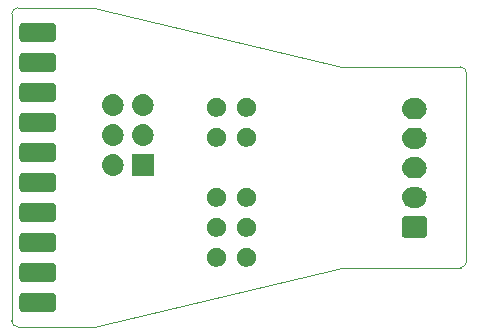
<source format=gts>
G04 #@! TF.GenerationSoftware,KiCad,Pcbnew,5.1.4+dfsg1-1*
G04 #@! TF.CreationDate,2019-12-02T03:44:51+01:00*
G04 #@! TF.ProjectId,JlinkBreakout,4a6c696e-6b42-4726-9561-6b6f75742e6b,rev?*
G04 #@! TF.SameCoordinates,Original*
G04 #@! TF.FileFunction,Soldermask,Top*
G04 #@! TF.FilePolarity,Negative*
%FSLAX46Y46*%
G04 Gerber Fmt 4.6, Leading zero omitted, Abs format (unit mm)*
G04 Created by KiCad (PCBNEW 5.1.4+dfsg1-1) date 2019-12-02 03:44:51*
%MOMM*%
%LPD*%
G04 APERTURE LIST*
%ADD10C,0.050000*%
%ADD11C,0.100000*%
G04 APERTURE END LIST*
D10*
X58500000Y-60000000D02*
G75*
G02X58000000Y-59500000I0J500000D01*
G01*
X58000000Y-33500000D02*
G75*
G02X58500000Y-33000000I500000J0D01*
G01*
X96000000Y-38000000D02*
G75*
G02X96500000Y-38500000I0J-500000D01*
G01*
X96500000Y-54500000D02*
G75*
G02X96000000Y-55000000I-500000J0D01*
G01*
X86000000Y-38000000D02*
X65000000Y-33000000D01*
X96000000Y-38000000D02*
X86000000Y-38000000D01*
X96500000Y-54500000D02*
X96500000Y-38500000D01*
X86000000Y-55000000D02*
X96000000Y-55000000D01*
X65000000Y-60000000D02*
X86000000Y-55000000D01*
X65000000Y-33000000D02*
X58500000Y-33000000D01*
X58500000Y-60000000D02*
X65000000Y-60000000D01*
X58000000Y-33500000D02*
X58000000Y-59500000D01*
D11*
G36*
X61473993Y-57124203D02*
G01*
X61538411Y-57143744D01*
X61597781Y-57175478D01*
X61649817Y-57218183D01*
X61692522Y-57270219D01*
X61724256Y-57329589D01*
X61743797Y-57394007D01*
X61751000Y-57467140D01*
X61751000Y-58392860D01*
X61743797Y-58465993D01*
X61724256Y-58530411D01*
X61692522Y-58589781D01*
X61649817Y-58641817D01*
X61597781Y-58684522D01*
X61538411Y-58716256D01*
X61473993Y-58735797D01*
X61400860Y-58743000D01*
X58999140Y-58743000D01*
X58926007Y-58735797D01*
X58861589Y-58716256D01*
X58802219Y-58684522D01*
X58750183Y-58641817D01*
X58707478Y-58589781D01*
X58675744Y-58530411D01*
X58656203Y-58465993D01*
X58649000Y-58392860D01*
X58649000Y-57467140D01*
X58656203Y-57394007D01*
X58675744Y-57329589D01*
X58707478Y-57270219D01*
X58750183Y-57218183D01*
X58802219Y-57175478D01*
X58861589Y-57143744D01*
X58926007Y-57124203D01*
X58999140Y-57117000D01*
X61400860Y-57117000D01*
X61473993Y-57124203D01*
X61473993Y-57124203D01*
G37*
G36*
X61473993Y-54584203D02*
G01*
X61538411Y-54603744D01*
X61597781Y-54635478D01*
X61649817Y-54678183D01*
X61692522Y-54730219D01*
X61724256Y-54789589D01*
X61743797Y-54854007D01*
X61751000Y-54927140D01*
X61751000Y-55852860D01*
X61743797Y-55925993D01*
X61724256Y-55990411D01*
X61692522Y-56049781D01*
X61649817Y-56101817D01*
X61597781Y-56144522D01*
X61538411Y-56176256D01*
X61473993Y-56195797D01*
X61400860Y-56203000D01*
X58999140Y-56203000D01*
X58926007Y-56195797D01*
X58861589Y-56176256D01*
X58802219Y-56144522D01*
X58750183Y-56101817D01*
X58707478Y-56049781D01*
X58675744Y-55990411D01*
X58656203Y-55925993D01*
X58649000Y-55852860D01*
X58649000Y-54927140D01*
X58656203Y-54854007D01*
X58675744Y-54789589D01*
X58707478Y-54730219D01*
X58750183Y-54678183D01*
X58802219Y-54635478D01*
X58861589Y-54603744D01*
X58926007Y-54584203D01*
X58999140Y-54577000D01*
X61400860Y-54577000D01*
X61473993Y-54584203D01*
X61473993Y-54584203D01*
G37*
G36*
X78107142Y-53338242D02*
G01*
X78255101Y-53399529D01*
X78388255Y-53488499D01*
X78501501Y-53601745D01*
X78590471Y-53734899D01*
X78651758Y-53882858D01*
X78683000Y-54039925D01*
X78683000Y-54200075D01*
X78651758Y-54357142D01*
X78590471Y-54505101D01*
X78501501Y-54638255D01*
X78388255Y-54751501D01*
X78255101Y-54840471D01*
X78107142Y-54901758D01*
X77950075Y-54933000D01*
X77789925Y-54933000D01*
X77632858Y-54901758D01*
X77484899Y-54840471D01*
X77351745Y-54751501D01*
X77238499Y-54638255D01*
X77149529Y-54505101D01*
X77088242Y-54357142D01*
X77057000Y-54200075D01*
X77057000Y-54039925D01*
X77088242Y-53882858D01*
X77149529Y-53734899D01*
X77238499Y-53601745D01*
X77351745Y-53488499D01*
X77484899Y-53399529D01*
X77632858Y-53338242D01*
X77789925Y-53307000D01*
X77950075Y-53307000D01*
X78107142Y-53338242D01*
X78107142Y-53338242D01*
G37*
G36*
X75567142Y-53338242D02*
G01*
X75715101Y-53399529D01*
X75848255Y-53488499D01*
X75961501Y-53601745D01*
X76050471Y-53734899D01*
X76111758Y-53882858D01*
X76143000Y-54039925D01*
X76143000Y-54200075D01*
X76111758Y-54357142D01*
X76050471Y-54505101D01*
X75961501Y-54638255D01*
X75848255Y-54751501D01*
X75715101Y-54840471D01*
X75567142Y-54901758D01*
X75410075Y-54933000D01*
X75249925Y-54933000D01*
X75092858Y-54901758D01*
X74944899Y-54840471D01*
X74811745Y-54751501D01*
X74698499Y-54638255D01*
X74609529Y-54505101D01*
X74548242Y-54357142D01*
X74517000Y-54200075D01*
X74517000Y-54039925D01*
X74548242Y-53882858D01*
X74609529Y-53734899D01*
X74698499Y-53601745D01*
X74811745Y-53488499D01*
X74944899Y-53399529D01*
X75092858Y-53338242D01*
X75249925Y-53307000D01*
X75410075Y-53307000D01*
X75567142Y-53338242D01*
X75567142Y-53338242D01*
G37*
G36*
X61473993Y-52044203D02*
G01*
X61538411Y-52063744D01*
X61597781Y-52095478D01*
X61649817Y-52138183D01*
X61692522Y-52190219D01*
X61724256Y-52249589D01*
X61743797Y-52314007D01*
X61751000Y-52387140D01*
X61751000Y-53312860D01*
X61743797Y-53385993D01*
X61724256Y-53450411D01*
X61692522Y-53509781D01*
X61649817Y-53561817D01*
X61597781Y-53604522D01*
X61538411Y-53636256D01*
X61473993Y-53655797D01*
X61400860Y-53663000D01*
X58999140Y-53663000D01*
X58926007Y-53655797D01*
X58861589Y-53636256D01*
X58802219Y-53604522D01*
X58750183Y-53561817D01*
X58707478Y-53509781D01*
X58675744Y-53450411D01*
X58656203Y-53385993D01*
X58649000Y-53312860D01*
X58649000Y-52387140D01*
X58656203Y-52314007D01*
X58675744Y-52249589D01*
X58707478Y-52190219D01*
X58750183Y-52138183D01*
X58802219Y-52095478D01*
X58861589Y-52063744D01*
X58926007Y-52044203D01*
X58999140Y-52037000D01*
X61400860Y-52037000D01*
X61473993Y-52044203D01*
X61473993Y-52044203D01*
G37*
G36*
X92983600Y-50652989D02*
G01*
X93016652Y-50663015D01*
X93047103Y-50679292D01*
X93073799Y-50701201D01*
X93095708Y-50727897D01*
X93111985Y-50758348D01*
X93122011Y-50791400D01*
X93126000Y-50831903D01*
X93126000Y-52268097D01*
X93122011Y-52308600D01*
X93111985Y-52341652D01*
X93095708Y-52372103D01*
X93073799Y-52398799D01*
X93047103Y-52420708D01*
X93016652Y-52436985D01*
X92983600Y-52447011D01*
X92943097Y-52451000D01*
X91256903Y-52451000D01*
X91216400Y-52447011D01*
X91183348Y-52436985D01*
X91152897Y-52420708D01*
X91126201Y-52398799D01*
X91104292Y-52372103D01*
X91088015Y-52341652D01*
X91077989Y-52308600D01*
X91074000Y-52268097D01*
X91074000Y-50831903D01*
X91077989Y-50791400D01*
X91088015Y-50758348D01*
X91104292Y-50727897D01*
X91126201Y-50701201D01*
X91152897Y-50679292D01*
X91183348Y-50663015D01*
X91216400Y-50652989D01*
X91256903Y-50649000D01*
X92943097Y-50649000D01*
X92983600Y-50652989D01*
X92983600Y-50652989D01*
G37*
G36*
X75567142Y-50798242D02*
G01*
X75715101Y-50859529D01*
X75848255Y-50948499D01*
X75961501Y-51061745D01*
X76050471Y-51194899D01*
X76111758Y-51342858D01*
X76143000Y-51499925D01*
X76143000Y-51660075D01*
X76111758Y-51817142D01*
X76050471Y-51965101D01*
X75961501Y-52098255D01*
X75848255Y-52211501D01*
X75715101Y-52300471D01*
X75567142Y-52361758D01*
X75410075Y-52393000D01*
X75249925Y-52393000D01*
X75092858Y-52361758D01*
X74944899Y-52300471D01*
X74811745Y-52211501D01*
X74698499Y-52098255D01*
X74609529Y-51965101D01*
X74548242Y-51817142D01*
X74517000Y-51660075D01*
X74517000Y-51499925D01*
X74548242Y-51342858D01*
X74609529Y-51194899D01*
X74698499Y-51061745D01*
X74811745Y-50948499D01*
X74944899Y-50859529D01*
X75092858Y-50798242D01*
X75249925Y-50767000D01*
X75410075Y-50767000D01*
X75567142Y-50798242D01*
X75567142Y-50798242D01*
G37*
G36*
X78107142Y-50798242D02*
G01*
X78255101Y-50859529D01*
X78388255Y-50948499D01*
X78501501Y-51061745D01*
X78590471Y-51194899D01*
X78651758Y-51342858D01*
X78683000Y-51499925D01*
X78683000Y-51660075D01*
X78651758Y-51817142D01*
X78590471Y-51965101D01*
X78501501Y-52098255D01*
X78388255Y-52211501D01*
X78255101Y-52300471D01*
X78107142Y-52361758D01*
X77950075Y-52393000D01*
X77789925Y-52393000D01*
X77632858Y-52361758D01*
X77484899Y-52300471D01*
X77351745Y-52211501D01*
X77238499Y-52098255D01*
X77149529Y-51965101D01*
X77088242Y-51817142D01*
X77057000Y-51660075D01*
X77057000Y-51499925D01*
X77088242Y-51342858D01*
X77149529Y-51194899D01*
X77238499Y-51061745D01*
X77351745Y-50948499D01*
X77484899Y-50859529D01*
X77632858Y-50798242D01*
X77789925Y-50767000D01*
X77950075Y-50767000D01*
X78107142Y-50798242D01*
X78107142Y-50798242D01*
G37*
G36*
X61473993Y-49504203D02*
G01*
X61538411Y-49523744D01*
X61597781Y-49555478D01*
X61649817Y-49598183D01*
X61692522Y-49650219D01*
X61724256Y-49709589D01*
X61743797Y-49774007D01*
X61751000Y-49847140D01*
X61751000Y-50772860D01*
X61743797Y-50845993D01*
X61724256Y-50910411D01*
X61692522Y-50969781D01*
X61649817Y-51021817D01*
X61597781Y-51064522D01*
X61538411Y-51096256D01*
X61473993Y-51115797D01*
X61400860Y-51123000D01*
X58999140Y-51123000D01*
X58926007Y-51115797D01*
X58861589Y-51096256D01*
X58802219Y-51064522D01*
X58750183Y-51021817D01*
X58707478Y-50969781D01*
X58675744Y-50910411D01*
X58656203Y-50845993D01*
X58649000Y-50772860D01*
X58649000Y-49847140D01*
X58656203Y-49774007D01*
X58675744Y-49709589D01*
X58707478Y-49650219D01*
X58750183Y-49598183D01*
X58802219Y-49555478D01*
X58861589Y-49523744D01*
X58926007Y-49504203D01*
X58999140Y-49497000D01*
X61400860Y-49497000D01*
X61473993Y-49504203D01*
X61473993Y-49504203D01*
G37*
G36*
X92335442Y-48155518D02*
G01*
X92401627Y-48162037D01*
X92571466Y-48213557D01*
X92727991Y-48297222D01*
X92738678Y-48305993D01*
X92865186Y-48409814D01*
X92924276Y-48481817D01*
X92977778Y-48547009D01*
X93061443Y-48703534D01*
X93112963Y-48873373D01*
X93130359Y-49050000D01*
X93112963Y-49226627D01*
X93061443Y-49396466D01*
X92977778Y-49552991D01*
X92973456Y-49558257D01*
X92865186Y-49690186D01*
X92779542Y-49760471D01*
X92727991Y-49802778D01*
X92571466Y-49886443D01*
X92401627Y-49937963D01*
X92335443Y-49944481D01*
X92269260Y-49951000D01*
X91930740Y-49951000D01*
X91864558Y-49944482D01*
X91798373Y-49937963D01*
X91628534Y-49886443D01*
X91472009Y-49802778D01*
X91420458Y-49760471D01*
X91334814Y-49690186D01*
X91226544Y-49558257D01*
X91222222Y-49552991D01*
X91138557Y-49396466D01*
X91087037Y-49226627D01*
X91069641Y-49050000D01*
X91087037Y-48873373D01*
X91138557Y-48703534D01*
X91222222Y-48547009D01*
X91275724Y-48481817D01*
X91334814Y-48409814D01*
X91461322Y-48305993D01*
X91472009Y-48297222D01*
X91628534Y-48213557D01*
X91798373Y-48162037D01*
X91864558Y-48155518D01*
X91930740Y-48149000D01*
X92269260Y-48149000D01*
X92335442Y-48155518D01*
X92335442Y-48155518D01*
G37*
G36*
X78107142Y-48258242D02*
G01*
X78255101Y-48319529D01*
X78388255Y-48408499D01*
X78501501Y-48521745D01*
X78590471Y-48654899D01*
X78651758Y-48802858D01*
X78683000Y-48959925D01*
X78683000Y-49120075D01*
X78651758Y-49277142D01*
X78590471Y-49425101D01*
X78501501Y-49558255D01*
X78388255Y-49671501D01*
X78255101Y-49760471D01*
X78107142Y-49821758D01*
X77950075Y-49853000D01*
X77789925Y-49853000D01*
X77632858Y-49821758D01*
X77484899Y-49760471D01*
X77351745Y-49671501D01*
X77238499Y-49558255D01*
X77149529Y-49425101D01*
X77088242Y-49277142D01*
X77057000Y-49120075D01*
X77057000Y-48959925D01*
X77088242Y-48802858D01*
X77149529Y-48654899D01*
X77238499Y-48521745D01*
X77351745Y-48408499D01*
X77484899Y-48319529D01*
X77632858Y-48258242D01*
X77789925Y-48227000D01*
X77950075Y-48227000D01*
X78107142Y-48258242D01*
X78107142Y-48258242D01*
G37*
G36*
X75567142Y-48258242D02*
G01*
X75715101Y-48319529D01*
X75848255Y-48408499D01*
X75961501Y-48521745D01*
X76050471Y-48654899D01*
X76111758Y-48802858D01*
X76143000Y-48959925D01*
X76143000Y-49120075D01*
X76111758Y-49277142D01*
X76050471Y-49425101D01*
X75961501Y-49558255D01*
X75848255Y-49671501D01*
X75715101Y-49760471D01*
X75567142Y-49821758D01*
X75410075Y-49853000D01*
X75249925Y-49853000D01*
X75092858Y-49821758D01*
X74944899Y-49760471D01*
X74811745Y-49671501D01*
X74698499Y-49558255D01*
X74609529Y-49425101D01*
X74548242Y-49277142D01*
X74517000Y-49120075D01*
X74517000Y-48959925D01*
X74548242Y-48802858D01*
X74609529Y-48654899D01*
X74698499Y-48521745D01*
X74811745Y-48408499D01*
X74944899Y-48319529D01*
X75092858Y-48258242D01*
X75249925Y-48227000D01*
X75410075Y-48227000D01*
X75567142Y-48258242D01*
X75567142Y-48258242D01*
G37*
G36*
X61473993Y-46964203D02*
G01*
X61538411Y-46983744D01*
X61597781Y-47015478D01*
X61649817Y-47058183D01*
X61692522Y-47110219D01*
X61724256Y-47169589D01*
X61743797Y-47234007D01*
X61751000Y-47307140D01*
X61751000Y-48232860D01*
X61743797Y-48305993D01*
X61724256Y-48370411D01*
X61692522Y-48429781D01*
X61649817Y-48481817D01*
X61597781Y-48524522D01*
X61538411Y-48556256D01*
X61473993Y-48575797D01*
X61400860Y-48583000D01*
X58999140Y-48583000D01*
X58926007Y-48575797D01*
X58861589Y-48556256D01*
X58802219Y-48524522D01*
X58750183Y-48481817D01*
X58707478Y-48429781D01*
X58675744Y-48370411D01*
X58656203Y-48305993D01*
X58649000Y-48232860D01*
X58649000Y-47307140D01*
X58656203Y-47234007D01*
X58675744Y-47169589D01*
X58707478Y-47110219D01*
X58750183Y-47058183D01*
X58802219Y-47015478D01*
X58861589Y-46983744D01*
X58926007Y-46964203D01*
X58999140Y-46957000D01*
X61400860Y-46957000D01*
X61473993Y-46964203D01*
X61473993Y-46964203D01*
G37*
G36*
X92335442Y-45655518D02*
G01*
X92401627Y-45662037D01*
X92571466Y-45713557D01*
X92727991Y-45797222D01*
X92763729Y-45826552D01*
X92865186Y-45909814D01*
X92926496Y-45984522D01*
X92977778Y-46047009D01*
X93061443Y-46203534D01*
X93112963Y-46373373D01*
X93130359Y-46550000D01*
X93112963Y-46726627D01*
X93061443Y-46896466D01*
X92977778Y-47052991D01*
X92958845Y-47076061D01*
X92865186Y-47190186D01*
X92763729Y-47273448D01*
X92727991Y-47302778D01*
X92571466Y-47386443D01*
X92401627Y-47437963D01*
X92335442Y-47444482D01*
X92269260Y-47451000D01*
X91930740Y-47451000D01*
X91864558Y-47444482D01*
X91798373Y-47437963D01*
X91628534Y-47386443D01*
X91472009Y-47302778D01*
X91436271Y-47273448D01*
X91334814Y-47190186D01*
X91241155Y-47076061D01*
X91222222Y-47052991D01*
X91138557Y-46896466D01*
X91087037Y-46726627D01*
X91069641Y-46550000D01*
X91087037Y-46373373D01*
X91138557Y-46203534D01*
X91222222Y-46047009D01*
X91273504Y-45984522D01*
X91334814Y-45909814D01*
X91436271Y-45826552D01*
X91472009Y-45797222D01*
X91628534Y-45713557D01*
X91798373Y-45662037D01*
X91864558Y-45655518D01*
X91930740Y-45649000D01*
X92269260Y-45649000D01*
X92335442Y-45655518D01*
X92335442Y-45655518D01*
G37*
G36*
X66739294Y-45398633D02*
G01*
X66911695Y-45450931D01*
X67070583Y-45535858D01*
X67209849Y-45650151D01*
X67324142Y-45789417D01*
X67409069Y-45948305D01*
X67461367Y-46120706D01*
X67479025Y-46300000D01*
X67461367Y-46479294D01*
X67409069Y-46651695D01*
X67324142Y-46810583D01*
X67209849Y-46949849D01*
X67070583Y-47064142D01*
X66911695Y-47149069D01*
X66739294Y-47201367D01*
X66604931Y-47214600D01*
X66515069Y-47214600D01*
X66380706Y-47201367D01*
X66208305Y-47149069D01*
X66049417Y-47064142D01*
X65910151Y-46949849D01*
X65795858Y-46810583D01*
X65710931Y-46651695D01*
X65658633Y-46479294D01*
X65640975Y-46300000D01*
X65658633Y-46120706D01*
X65710931Y-45948305D01*
X65795858Y-45789417D01*
X65910151Y-45650151D01*
X66049417Y-45535858D01*
X66208305Y-45450931D01*
X66380706Y-45398633D01*
X66515069Y-45385400D01*
X66604931Y-45385400D01*
X66739294Y-45398633D01*
X66739294Y-45398633D01*
G37*
G36*
X70014600Y-47214600D02*
G01*
X68185400Y-47214600D01*
X68185400Y-45385400D01*
X70014600Y-45385400D01*
X70014600Y-47214600D01*
X70014600Y-47214600D01*
G37*
G36*
X61473993Y-44424203D02*
G01*
X61538411Y-44443744D01*
X61597781Y-44475478D01*
X61649817Y-44518183D01*
X61692522Y-44570219D01*
X61724256Y-44629589D01*
X61743797Y-44694007D01*
X61751000Y-44767140D01*
X61751000Y-45692860D01*
X61743797Y-45765993D01*
X61724256Y-45830411D01*
X61692522Y-45889781D01*
X61649817Y-45941817D01*
X61597781Y-45984522D01*
X61538411Y-46016256D01*
X61473993Y-46035797D01*
X61400860Y-46043000D01*
X58999140Y-46043000D01*
X58926007Y-46035797D01*
X58861589Y-46016256D01*
X58802219Y-45984522D01*
X58750183Y-45941817D01*
X58707478Y-45889781D01*
X58675744Y-45830411D01*
X58656203Y-45765993D01*
X58649000Y-45692860D01*
X58649000Y-44767140D01*
X58656203Y-44694007D01*
X58675744Y-44629589D01*
X58707478Y-44570219D01*
X58750183Y-44518183D01*
X58802219Y-44475478D01*
X58861589Y-44443744D01*
X58926007Y-44424203D01*
X58999140Y-44417000D01*
X61400860Y-44417000D01*
X61473993Y-44424203D01*
X61473993Y-44424203D01*
G37*
G36*
X92335443Y-43155519D02*
G01*
X92401627Y-43162037D01*
X92571466Y-43213557D01*
X92727991Y-43297222D01*
X92758596Y-43322339D01*
X92865186Y-43409814D01*
X92948448Y-43511271D01*
X92977778Y-43547009D01*
X93061443Y-43703534D01*
X93112963Y-43873373D01*
X93130359Y-44050000D01*
X93112963Y-44226627D01*
X93061443Y-44396466D01*
X92977778Y-44552991D01*
X92963639Y-44570219D01*
X92865186Y-44690186D01*
X92771416Y-44767140D01*
X92727991Y-44802778D01*
X92571466Y-44886443D01*
X92401627Y-44937963D01*
X92335442Y-44944482D01*
X92269260Y-44951000D01*
X91930740Y-44951000D01*
X91864558Y-44944482D01*
X91798373Y-44937963D01*
X91628534Y-44886443D01*
X91472009Y-44802778D01*
X91428584Y-44767140D01*
X91334814Y-44690186D01*
X91236361Y-44570219D01*
X91222222Y-44552991D01*
X91138557Y-44396466D01*
X91087037Y-44226627D01*
X91069641Y-44050000D01*
X91087037Y-43873373D01*
X91138557Y-43703534D01*
X91222222Y-43547009D01*
X91251552Y-43511271D01*
X91334814Y-43409814D01*
X91441404Y-43322339D01*
X91472009Y-43297222D01*
X91628534Y-43213557D01*
X91798373Y-43162037D01*
X91864557Y-43155519D01*
X91930740Y-43149000D01*
X92269260Y-43149000D01*
X92335443Y-43155519D01*
X92335443Y-43155519D01*
G37*
G36*
X75567142Y-43178242D02*
G01*
X75715101Y-43239529D01*
X75848255Y-43328499D01*
X75961501Y-43441745D01*
X76050471Y-43574899D01*
X76111758Y-43722858D01*
X76143000Y-43879925D01*
X76143000Y-44040075D01*
X76111758Y-44197142D01*
X76050471Y-44345101D01*
X75961501Y-44478255D01*
X75848255Y-44591501D01*
X75715101Y-44680471D01*
X75567142Y-44741758D01*
X75410075Y-44773000D01*
X75249925Y-44773000D01*
X75092858Y-44741758D01*
X74944899Y-44680471D01*
X74811745Y-44591501D01*
X74698499Y-44478255D01*
X74609529Y-44345101D01*
X74548242Y-44197142D01*
X74517000Y-44040075D01*
X74517000Y-43879925D01*
X74548242Y-43722858D01*
X74609529Y-43574899D01*
X74698499Y-43441745D01*
X74811745Y-43328499D01*
X74944899Y-43239529D01*
X75092858Y-43178242D01*
X75249925Y-43147000D01*
X75410075Y-43147000D01*
X75567142Y-43178242D01*
X75567142Y-43178242D01*
G37*
G36*
X78107142Y-43178242D02*
G01*
X78255101Y-43239529D01*
X78388255Y-43328499D01*
X78501501Y-43441745D01*
X78590471Y-43574899D01*
X78651758Y-43722858D01*
X78683000Y-43879925D01*
X78683000Y-44040075D01*
X78651758Y-44197142D01*
X78590471Y-44345101D01*
X78501501Y-44478255D01*
X78388255Y-44591501D01*
X78255101Y-44680471D01*
X78107142Y-44741758D01*
X77950075Y-44773000D01*
X77789925Y-44773000D01*
X77632858Y-44741758D01*
X77484899Y-44680471D01*
X77351745Y-44591501D01*
X77238499Y-44478255D01*
X77149529Y-44345101D01*
X77088242Y-44197142D01*
X77057000Y-44040075D01*
X77057000Y-43879925D01*
X77088242Y-43722858D01*
X77149529Y-43574899D01*
X77238499Y-43441745D01*
X77351745Y-43328499D01*
X77484899Y-43239529D01*
X77632858Y-43178242D01*
X77789925Y-43147000D01*
X77950075Y-43147000D01*
X78107142Y-43178242D01*
X78107142Y-43178242D01*
G37*
G36*
X69279294Y-42858633D02*
G01*
X69451695Y-42910931D01*
X69610583Y-42995858D01*
X69749849Y-43110151D01*
X69864142Y-43249417D01*
X69949069Y-43408305D01*
X70001367Y-43580706D01*
X70019025Y-43760000D01*
X70001367Y-43939294D01*
X69949069Y-44111695D01*
X69864142Y-44270583D01*
X69749849Y-44409849D01*
X69610583Y-44524142D01*
X69451695Y-44609069D01*
X69279294Y-44661367D01*
X69144931Y-44674600D01*
X69055069Y-44674600D01*
X68920706Y-44661367D01*
X68748305Y-44609069D01*
X68589417Y-44524142D01*
X68450151Y-44409849D01*
X68335858Y-44270583D01*
X68250931Y-44111695D01*
X68198633Y-43939294D01*
X68180975Y-43760000D01*
X68198633Y-43580706D01*
X68250931Y-43408305D01*
X68335858Y-43249417D01*
X68450151Y-43110151D01*
X68589417Y-42995858D01*
X68748305Y-42910931D01*
X68920706Y-42858633D01*
X69055069Y-42845400D01*
X69144931Y-42845400D01*
X69279294Y-42858633D01*
X69279294Y-42858633D01*
G37*
G36*
X66739294Y-42858633D02*
G01*
X66911695Y-42910931D01*
X67070583Y-42995858D01*
X67209849Y-43110151D01*
X67324142Y-43249417D01*
X67409069Y-43408305D01*
X67461367Y-43580706D01*
X67479025Y-43760000D01*
X67461367Y-43939294D01*
X67409069Y-44111695D01*
X67324142Y-44270583D01*
X67209849Y-44409849D01*
X67070583Y-44524142D01*
X66911695Y-44609069D01*
X66739294Y-44661367D01*
X66604931Y-44674600D01*
X66515069Y-44674600D01*
X66380706Y-44661367D01*
X66208305Y-44609069D01*
X66049417Y-44524142D01*
X65910151Y-44409849D01*
X65795858Y-44270583D01*
X65710931Y-44111695D01*
X65658633Y-43939294D01*
X65640975Y-43760000D01*
X65658633Y-43580706D01*
X65710931Y-43408305D01*
X65795858Y-43249417D01*
X65910151Y-43110151D01*
X66049417Y-42995858D01*
X66208305Y-42910931D01*
X66380706Y-42858633D01*
X66515069Y-42845400D01*
X66604931Y-42845400D01*
X66739294Y-42858633D01*
X66739294Y-42858633D01*
G37*
G36*
X61473993Y-41884203D02*
G01*
X61538411Y-41903744D01*
X61597781Y-41935478D01*
X61649817Y-41978183D01*
X61692522Y-42030219D01*
X61724256Y-42089589D01*
X61743797Y-42154007D01*
X61751000Y-42227140D01*
X61751000Y-43152860D01*
X61743797Y-43225993D01*
X61724256Y-43290411D01*
X61692522Y-43349781D01*
X61649817Y-43401817D01*
X61597781Y-43444522D01*
X61538411Y-43476256D01*
X61473993Y-43495797D01*
X61400860Y-43503000D01*
X58999140Y-43503000D01*
X58926007Y-43495797D01*
X58861589Y-43476256D01*
X58802219Y-43444522D01*
X58750183Y-43401817D01*
X58707478Y-43349781D01*
X58675744Y-43290411D01*
X58656203Y-43225993D01*
X58649000Y-43152860D01*
X58649000Y-42227140D01*
X58656203Y-42154007D01*
X58675744Y-42089589D01*
X58707478Y-42030219D01*
X58750183Y-41978183D01*
X58802219Y-41935478D01*
X58861589Y-41903744D01*
X58926007Y-41884203D01*
X58999140Y-41877000D01*
X61400860Y-41877000D01*
X61473993Y-41884203D01*
X61473993Y-41884203D01*
G37*
G36*
X92335443Y-40655519D02*
G01*
X92401627Y-40662037D01*
X92571466Y-40713557D01*
X92727991Y-40797222D01*
X92743294Y-40809781D01*
X92865186Y-40909814D01*
X92948448Y-41011271D01*
X92977778Y-41047009D01*
X93061443Y-41203534D01*
X93112963Y-41373373D01*
X93130359Y-41550000D01*
X93112963Y-41726627D01*
X93089158Y-41805101D01*
X93061442Y-41896468D01*
X93039106Y-41938255D01*
X92977778Y-42052991D01*
X92973945Y-42057661D01*
X92865186Y-42190186D01*
X92763729Y-42273448D01*
X92727991Y-42302778D01*
X92571466Y-42386443D01*
X92401627Y-42437963D01*
X92335442Y-42444482D01*
X92269260Y-42451000D01*
X91930740Y-42451000D01*
X91864558Y-42444482D01*
X91798373Y-42437963D01*
X91628534Y-42386443D01*
X91472009Y-42302778D01*
X91436271Y-42273448D01*
X91334814Y-42190186D01*
X91226055Y-42057661D01*
X91222222Y-42052991D01*
X91160894Y-41938255D01*
X91138558Y-41896468D01*
X91110842Y-41805101D01*
X91087037Y-41726627D01*
X91069641Y-41550000D01*
X91087037Y-41373373D01*
X91138557Y-41203534D01*
X91222222Y-41047009D01*
X91251552Y-41011271D01*
X91334814Y-40909814D01*
X91456706Y-40809781D01*
X91472009Y-40797222D01*
X91628534Y-40713557D01*
X91798373Y-40662037D01*
X91864557Y-40655519D01*
X91930740Y-40649000D01*
X92269260Y-40649000D01*
X92335443Y-40655519D01*
X92335443Y-40655519D01*
G37*
G36*
X75567142Y-40638242D02*
G01*
X75715101Y-40699529D01*
X75848255Y-40788499D01*
X75961501Y-40901745D01*
X76050471Y-41034899D01*
X76111758Y-41182858D01*
X76143000Y-41339925D01*
X76143000Y-41500075D01*
X76111758Y-41657142D01*
X76050471Y-41805101D01*
X75961501Y-41938255D01*
X75848255Y-42051501D01*
X75715101Y-42140471D01*
X75567142Y-42201758D01*
X75410075Y-42233000D01*
X75249925Y-42233000D01*
X75092858Y-42201758D01*
X74944899Y-42140471D01*
X74811745Y-42051501D01*
X74698499Y-41938255D01*
X74609529Y-41805101D01*
X74548242Y-41657142D01*
X74517000Y-41500075D01*
X74517000Y-41339925D01*
X74548242Y-41182858D01*
X74609529Y-41034899D01*
X74698499Y-40901745D01*
X74811745Y-40788499D01*
X74944899Y-40699529D01*
X75092858Y-40638242D01*
X75249925Y-40607000D01*
X75410075Y-40607000D01*
X75567142Y-40638242D01*
X75567142Y-40638242D01*
G37*
G36*
X78107142Y-40638242D02*
G01*
X78255101Y-40699529D01*
X78388255Y-40788499D01*
X78501501Y-40901745D01*
X78590471Y-41034899D01*
X78651758Y-41182858D01*
X78683000Y-41339925D01*
X78683000Y-41500075D01*
X78651758Y-41657142D01*
X78590471Y-41805101D01*
X78501501Y-41938255D01*
X78388255Y-42051501D01*
X78255101Y-42140471D01*
X78107142Y-42201758D01*
X77950075Y-42233000D01*
X77789925Y-42233000D01*
X77632858Y-42201758D01*
X77484899Y-42140471D01*
X77351745Y-42051501D01*
X77238499Y-41938255D01*
X77149529Y-41805101D01*
X77088242Y-41657142D01*
X77057000Y-41500075D01*
X77057000Y-41339925D01*
X77088242Y-41182858D01*
X77149529Y-41034899D01*
X77238499Y-40901745D01*
X77351745Y-40788499D01*
X77484899Y-40699529D01*
X77632858Y-40638242D01*
X77789925Y-40607000D01*
X77950075Y-40607000D01*
X78107142Y-40638242D01*
X78107142Y-40638242D01*
G37*
G36*
X69279294Y-40318633D02*
G01*
X69451695Y-40370931D01*
X69610583Y-40455858D01*
X69749849Y-40570151D01*
X69864142Y-40709417D01*
X69949069Y-40868305D01*
X70001367Y-41040706D01*
X70019025Y-41220000D01*
X70001367Y-41399294D01*
X69949069Y-41571695D01*
X69864142Y-41730583D01*
X69749849Y-41869849D01*
X69610583Y-41984142D01*
X69451695Y-42069069D01*
X69279294Y-42121367D01*
X69144931Y-42134600D01*
X69055069Y-42134600D01*
X68920706Y-42121367D01*
X68748305Y-42069069D01*
X68589417Y-41984142D01*
X68450151Y-41869849D01*
X68335858Y-41730583D01*
X68250931Y-41571695D01*
X68198633Y-41399294D01*
X68180975Y-41220000D01*
X68198633Y-41040706D01*
X68250931Y-40868305D01*
X68335858Y-40709417D01*
X68450151Y-40570151D01*
X68589417Y-40455858D01*
X68748305Y-40370931D01*
X68920706Y-40318633D01*
X69055069Y-40305400D01*
X69144931Y-40305400D01*
X69279294Y-40318633D01*
X69279294Y-40318633D01*
G37*
G36*
X66739294Y-40318633D02*
G01*
X66911695Y-40370931D01*
X67070583Y-40455858D01*
X67209849Y-40570151D01*
X67324142Y-40709417D01*
X67409069Y-40868305D01*
X67461367Y-41040706D01*
X67479025Y-41220000D01*
X67461367Y-41399294D01*
X67409069Y-41571695D01*
X67324142Y-41730583D01*
X67209849Y-41869849D01*
X67070583Y-41984142D01*
X66911695Y-42069069D01*
X66739294Y-42121367D01*
X66604931Y-42134600D01*
X66515069Y-42134600D01*
X66380706Y-42121367D01*
X66208305Y-42069069D01*
X66049417Y-41984142D01*
X65910151Y-41869849D01*
X65795858Y-41730583D01*
X65710931Y-41571695D01*
X65658633Y-41399294D01*
X65640975Y-41220000D01*
X65658633Y-41040706D01*
X65710931Y-40868305D01*
X65795858Y-40709417D01*
X65910151Y-40570151D01*
X66049417Y-40455858D01*
X66208305Y-40370931D01*
X66380706Y-40318633D01*
X66515069Y-40305400D01*
X66604931Y-40305400D01*
X66739294Y-40318633D01*
X66739294Y-40318633D01*
G37*
G36*
X61473993Y-39344203D02*
G01*
X61538411Y-39363744D01*
X61597781Y-39395478D01*
X61649817Y-39438183D01*
X61692522Y-39490219D01*
X61724256Y-39549589D01*
X61743797Y-39614007D01*
X61751000Y-39687140D01*
X61751000Y-40612860D01*
X61743797Y-40685993D01*
X61724256Y-40750411D01*
X61692522Y-40809781D01*
X61649817Y-40861817D01*
X61597781Y-40904522D01*
X61538411Y-40936256D01*
X61473993Y-40955797D01*
X61400860Y-40963000D01*
X58999140Y-40963000D01*
X58926007Y-40955797D01*
X58861589Y-40936256D01*
X58802219Y-40904522D01*
X58750183Y-40861817D01*
X58707478Y-40809781D01*
X58675744Y-40750411D01*
X58656203Y-40685993D01*
X58649000Y-40612860D01*
X58649000Y-39687140D01*
X58656203Y-39614007D01*
X58675744Y-39549589D01*
X58707478Y-39490219D01*
X58750183Y-39438183D01*
X58802219Y-39395478D01*
X58861589Y-39363744D01*
X58926007Y-39344203D01*
X58999140Y-39337000D01*
X61400860Y-39337000D01*
X61473993Y-39344203D01*
X61473993Y-39344203D01*
G37*
G36*
X61473993Y-36804203D02*
G01*
X61538411Y-36823744D01*
X61597781Y-36855478D01*
X61649817Y-36898183D01*
X61692522Y-36950219D01*
X61724256Y-37009589D01*
X61743797Y-37074007D01*
X61751000Y-37147140D01*
X61751000Y-38072860D01*
X61743797Y-38145993D01*
X61724256Y-38210411D01*
X61692522Y-38269781D01*
X61649817Y-38321817D01*
X61597781Y-38364522D01*
X61538411Y-38396256D01*
X61473993Y-38415797D01*
X61400860Y-38423000D01*
X58999140Y-38423000D01*
X58926007Y-38415797D01*
X58861589Y-38396256D01*
X58802219Y-38364522D01*
X58750183Y-38321817D01*
X58707478Y-38269781D01*
X58675744Y-38210411D01*
X58656203Y-38145993D01*
X58649000Y-38072860D01*
X58649000Y-37147140D01*
X58656203Y-37074007D01*
X58675744Y-37009589D01*
X58707478Y-36950219D01*
X58750183Y-36898183D01*
X58802219Y-36855478D01*
X58861589Y-36823744D01*
X58926007Y-36804203D01*
X58999140Y-36797000D01*
X61400860Y-36797000D01*
X61473993Y-36804203D01*
X61473993Y-36804203D01*
G37*
G36*
X61473993Y-34264203D02*
G01*
X61538411Y-34283744D01*
X61597781Y-34315478D01*
X61649817Y-34358183D01*
X61692522Y-34410219D01*
X61724256Y-34469589D01*
X61743797Y-34534007D01*
X61751000Y-34607140D01*
X61751000Y-35532860D01*
X61743797Y-35605993D01*
X61724256Y-35670411D01*
X61692522Y-35729781D01*
X61649817Y-35781817D01*
X61597781Y-35824522D01*
X61538411Y-35856256D01*
X61473993Y-35875797D01*
X61400860Y-35883000D01*
X58999140Y-35883000D01*
X58926007Y-35875797D01*
X58861589Y-35856256D01*
X58802219Y-35824522D01*
X58750183Y-35781817D01*
X58707478Y-35729781D01*
X58675744Y-35670411D01*
X58656203Y-35605993D01*
X58649000Y-35532860D01*
X58649000Y-34607140D01*
X58656203Y-34534007D01*
X58675744Y-34469589D01*
X58707478Y-34410219D01*
X58750183Y-34358183D01*
X58802219Y-34315478D01*
X58861589Y-34283744D01*
X58926007Y-34264203D01*
X58999140Y-34257000D01*
X61400860Y-34257000D01*
X61473993Y-34264203D01*
X61473993Y-34264203D01*
G37*
M02*

</source>
